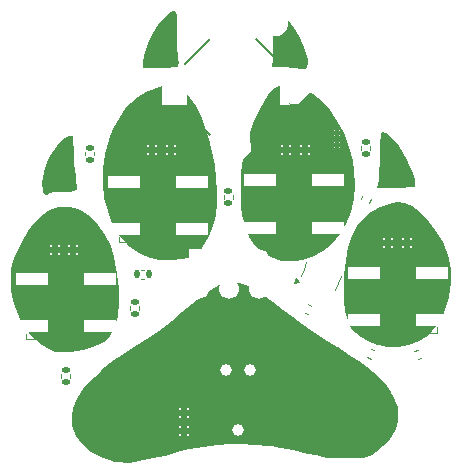
<source format=gto>
G04 #@! TF.GenerationSoftware,KiCad,Pcbnew,9.0.2*
G04 #@! TF.CreationDate,2025-06-26T14:40:00-07:00*
G04 #@! TF.ProjectId,pawb_sao,70617762-5f73-4616-9f2e-6b696361645f,rev?*
G04 #@! TF.SameCoordinates,Original*
G04 #@! TF.FileFunction,Legend,Top*
G04 #@! TF.FilePolarity,Positive*
%FSLAX46Y46*%
G04 Gerber Fmt 4.6, Leading zero omitted, Abs format (unit mm)*
G04 Created by KiCad (PCBNEW 9.0.2) date 2025-06-26 14:40:00*
%MOMM*%
%LPD*%
G01*
G04 APERTURE LIST*
G04 Aperture macros list*
%AMRoundRect*
0 Rectangle with rounded corners*
0 $1 Rounding radius*
0 $2 $3 $4 $5 $6 $7 $8 $9 X,Y pos of 4 corners*
0 Add a 4 corners polygon primitive as box body*
4,1,4,$2,$3,$4,$5,$6,$7,$8,$9,$2,$3,0*
0 Add four circle primitives for the rounded corners*
1,1,$1+$1,$2,$3*
1,1,$1+$1,$4,$5*
1,1,$1+$1,$6,$7*
1,1,$1+$1,$8,$9*
0 Add four rect primitives between the rounded corners*
20,1,$1+$1,$2,$3,$4,$5,0*
20,1,$1+$1,$4,$5,$6,$7,0*
20,1,$1+$1,$6,$7,$8,$9,0*
20,1,$1+$1,$8,$9,$2,$3,0*%
G04 Aperture macros list end*
%ADD10C,0.000000*%
%ADD11C,0.120000*%
%ADD12C,0.127000*%
%ADD13C,0.010000*%
%ADD14R,2.750000X1.000000*%
%ADD15RoundRect,0.135000X0.185000X-0.135000X0.185000X0.135000X-0.185000X0.135000X-0.185000X-0.135000X0*%
%ADD16RoundRect,0.135000X-0.195520X-0.119255X0.053927X-0.222580X0.195520X0.119255X-0.053927X0.222580X0*%
%ADD17C,2.250000*%
%ADD18RoundRect,0.218750X-0.218750X-0.256250X0.218750X-0.256250X0.218750X0.256250X-0.218750X0.256250X0*%
%ADD19RoundRect,0.135000X-0.185000X0.135000X-0.185000X-0.135000X0.185000X-0.135000X0.185000X0.135000X0*%
%ADD20RoundRect,0.150000X-0.086245X-0.600182X0.363408X0.485377X0.086245X0.600182X-0.363408X-0.485377X0*%
%ADD21RoundRect,0.225000X0.250000X-0.225000X0.250000X0.225000X-0.250000X0.225000X-0.250000X-0.225000X0*%
%ADD22RoundRect,0.100000X-0.637500X-0.100000X0.637500X-0.100000X0.637500X0.100000X-0.637500X0.100000X0*%
%ADD23RoundRect,0.135000X0.195520X0.119255X-0.053927X0.222580X-0.195520X-0.119255X0.053927X-0.222580X0*%
%ADD24RoundRect,0.135000X0.135000X0.185000X-0.135000X0.185000X-0.135000X-0.185000X0.135000X-0.185000X0*%
%ADD25RoundRect,0.218750X0.218750X0.256250X-0.218750X0.256250X-0.218750X-0.256250X0.218750X-0.256250X0*%
%ADD26RoundRect,0.135000X0.119255X-0.195520X0.222580X0.053927X-0.119255X0.195520X-0.222580X-0.053927X0*%
%ADD27RoundRect,0.135000X-0.053927X-0.222580X0.195520X-0.119255X0.053927X0.222580X-0.195520X0.119255X0*%
%ADD28R,1.700000X1.700000*%
%ADD29C,1.700000*%
%ADD30C,0.990600*%
G04 APERTURE END LIST*
D10*
G36*
X185219631Y-81538561D02*
G01*
X185538058Y-81797219D01*
X185890890Y-82187935D01*
X186258097Y-82677671D01*
X186619649Y-83233387D01*
X186955516Y-83822044D01*
X187245669Y-84410604D01*
X187470076Y-84966028D01*
X187608709Y-85455278D01*
X187641537Y-85845313D01*
X187639005Y-85871130D01*
X187606250Y-86154583D01*
X186032770Y-86183942D01*
X184459291Y-86213300D01*
X184531320Y-85866442D01*
X184556961Y-85652863D01*
X184584903Y-85267695D01*
X184612973Y-84750967D01*
X184638995Y-84142711D01*
X184660797Y-83482955D01*
X184660816Y-83482291D01*
X184681272Y-82779313D01*
X184699962Y-82260087D01*
X184720913Y-81896776D01*
X184748154Y-81661547D01*
X184785713Y-81526562D01*
X184837617Y-81463987D01*
X184907896Y-81445986D01*
X184955639Y-81445000D01*
X185219631Y-81538561D01*
G37*
G36*
X176083577Y-71317358D02*
G01*
X176520954Y-71632218D01*
X176971890Y-72110447D01*
X177410944Y-72707371D01*
X177812675Y-73378317D01*
X178151640Y-74078610D01*
X178402399Y-74763576D01*
X178539510Y-75388543D01*
X178557500Y-75661401D01*
X178519268Y-76001968D01*
X178384524Y-76171129D01*
X178123191Y-76189348D01*
X177869583Y-76129462D01*
X177623289Y-76085558D01*
X177232791Y-76047598D01*
X176765552Y-76021419D01*
X176546666Y-76015005D01*
X175541250Y-75994583D01*
X175594166Y-75412500D01*
X175627501Y-74872178D01*
X175643504Y-74225787D01*
X175642709Y-73543239D01*
X175625654Y-72894448D01*
X175592873Y-72349330D01*
X175568960Y-72123724D01*
X175537241Y-71703993D01*
X175580020Y-71435402D01*
X175629548Y-71343999D01*
X175743012Y-71223949D01*
X175875939Y-71221933D01*
X176083577Y-71317358D01*
G37*
G36*
X158775620Y-83455833D02*
G01*
X158806355Y-84075853D01*
X158848928Y-84668825D01*
X158898528Y-85180431D01*
X158950344Y-85556354D01*
X158970513Y-85656143D01*
X159050007Y-86026114D01*
X159059656Y-86272627D01*
X158969858Y-86420725D01*
X158751014Y-86495451D01*
X158373523Y-86521849D01*
X157943549Y-86525000D01*
X157379823Y-86536879D01*
X156994965Y-86575142D01*
X156757370Y-86643728D01*
X156696686Y-86680384D01*
X156454344Y-86817678D01*
X156286660Y-86780353D01*
X156162043Y-86553085D01*
X156115234Y-86398372D01*
X156064570Y-85892021D01*
X156137097Y-85267724D01*
X156320139Y-84569840D01*
X156601020Y-83842728D01*
X156967065Y-83130746D01*
X157119879Y-82882610D01*
X157486192Y-82372703D01*
X157816994Y-82042776D01*
X158138754Y-81870418D01*
X158360648Y-81832015D01*
X158713750Y-81815416D01*
X158775620Y-83455833D01*
G37*
G36*
X167435948Y-71344316D02*
G01*
X167488784Y-71603786D01*
X167499629Y-72027862D01*
X167477628Y-72639049D01*
X167476427Y-72663086D01*
X167459496Y-73560739D01*
X167495945Y-74412813D01*
X167545707Y-74887743D01*
X167594584Y-75321341D01*
X167615093Y-75674961D01*
X167605168Y-75897059D01*
X167588019Y-75942802D01*
X167459547Y-75973190D01*
X167168850Y-76003249D01*
X166764013Y-76031135D01*
X166293126Y-76055000D01*
X165804275Y-76072999D01*
X165345546Y-76083284D01*
X164965028Y-76084010D01*
X164710807Y-76073330D01*
X164631522Y-76056319D01*
X164602692Y-75931497D01*
X164588957Y-75681945D01*
X164588756Y-75632986D01*
X164656866Y-75071160D01*
X164841932Y-74426425D01*
X165120085Y-73742589D01*
X165467455Y-73063462D01*
X165860173Y-72432854D01*
X166274370Y-71894576D01*
X166686174Y-71492436D01*
X166934030Y-71328506D01*
X167167717Y-71229180D01*
X167331974Y-71226948D01*
X167435948Y-71344316D01*
G37*
G36*
X186753397Y-87511034D02*
G01*
X187397902Y-87788590D01*
X188048917Y-88265819D01*
X188530442Y-88733065D01*
X189355052Y-89744146D01*
X189988252Y-90817837D01*
X190427380Y-91938736D01*
X190669776Y-93091441D01*
X190712779Y-94260549D01*
X190553726Y-95430657D01*
X190189957Y-96586364D01*
X189971316Y-97072250D01*
X189436266Y-97947000D01*
X188781346Y-98648831D01*
X188014283Y-99173709D01*
X187142800Y-99517602D01*
X186174623Y-99676476D01*
X185117477Y-99646297D01*
X185055376Y-99638883D01*
X184377832Y-99487458D01*
X183672414Y-99216147D01*
X183024194Y-98862925D01*
X182599054Y-98542460D01*
X182214961Y-98077070D01*
X181924668Y-97455385D01*
X181726674Y-96669639D01*
X181619477Y-95712070D01*
X181601574Y-94574913D01*
X181645034Y-93611671D01*
X181778419Y-92322508D01*
X182000586Y-91212941D01*
X182320003Y-90266726D01*
X182745134Y-89467622D01*
X183284446Y-88799387D01*
X183946405Y-88245779D01*
X184658851Y-87829728D01*
X185403879Y-87536272D01*
X186095392Y-87428484D01*
X186753397Y-87511034D01*
G37*
G36*
X177061170Y-77513694D02*
G01*
X177678530Y-77676484D01*
X178156942Y-77844479D01*
X178973929Y-78258630D01*
X179740130Y-78859939D01*
X180442267Y-79627249D01*
X181067066Y-80539401D01*
X181601250Y-81575238D01*
X182031543Y-82713601D01*
X182344670Y-83933332D01*
X182474751Y-84725833D01*
X182551803Y-85968975D01*
X182461622Y-87150285D01*
X182213727Y-88253454D01*
X181817634Y-89262174D01*
X181282861Y-90160134D01*
X180618926Y-90931027D01*
X179835346Y-91558543D01*
X178941639Y-92026373D01*
X178056887Y-92296167D01*
X177436756Y-92404511D01*
X176920649Y-92431947D01*
X176417113Y-92378754D01*
X176058087Y-92302252D01*
X175266014Y-92005246D01*
X174550358Y-91532524D01*
X173952918Y-90917187D01*
X173589718Y-90347516D01*
X173454680Y-90036649D01*
X173298067Y-89607940D01*
X173151438Y-89148432D01*
X173137118Y-89099205D01*
X173012478Y-88497987D01*
X172929782Y-87741920D01*
X172889014Y-86883623D01*
X172890161Y-85975713D01*
X172933205Y-85070809D01*
X173018132Y-84221528D01*
X173138757Y-83508750D01*
X173388263Y-82503176D01*
X173695617Y-81507217D01*
X174045644Y-80557182D01*
X174423169Y-79689379D01*
X174813016Y-78940117D01*
X175200010Y-78345704D01*
X175395421Y-78109489D01*
X175764682Y-77766455D01*
X176140935Y-77555159D01*
X176560867Y-77472079D01*
X177061170Y-77513694D01*
G37*
G36*
X157972916Y-87849962D02*
G01*
X158447915Y-87863041D01*
X158797768Y-87911790D01*
X159108290Y-88014582D01*
X159400515Y-88155611D01*
X160162539Y-88669571D01*
X160837017Y-89359066D01*
X161407383Y-90200221D01*
X161857072Y-91169161D01*
X162138128Y-92101290D01*
X162410890Y-93504306D01*
X162554237Y-94804265D01*
X162568431Y-95986784D01*
X162453734Y-97037484D01*
X162210409Y-97941986D01*
X162023949Y-98367835D01*
X161795927Y-98770856D01*
X161572707Y-99044038D01*
X161290667Y-99257844D01*
X161140492Y-99346255D01*
X160576315Y-99601615D01*
X159889623Y-99819077D01*
X159142505Y-99987224D01*
X158397048Y-100094638D01*
X157715342Y-100129902D01*
X157159474Y-100081599D01*
X157150938Y-100079880D01*
X156639393Y-99891117D01*
X156082804Y-99542660D01*
X155518708Y-99069711D01*
X154984639Y-98507470D01*
X154518134Y-97891137D01*
X154170357Y-97284724D01*
X153821347Y-96460006D01*
X153594118Y-95672380D01*
X153470351Y-94839979D01*
X153432293Y-93986250D01*
X153431410Y-93462696D01*
X153447896Y-93083255D01*
X153494194Y-92780430D01*
X153582743Y-92486723D01*
X153725984Y-92134638D01*
X153808176Y-91946931D01*
X154348920Y-90814316D01*
X154886031Y-89881204D01*
X155428093Y-89135784D01*
X155983695Y-88566244D01*
X156560216Y-88161443D01*
X156884457Y-87997167D01*
X157171217Y-87902589D01*
X157502803Y-87859562D01*
X157961526Y-87849938D01*
X157972916Y-87849962D01*
G37*
G36*
X167402760Y-77589983D02*
G01*
X167648159Y-77683517D01*
X168145964Y-78046389D01*
X168623007Y-78594332D01*
X169072521Y-79301212D01*
X169487737Y-80140896D01*
X169861887Y-81087251D01*
X170188202Y-82114143D01*
X170459915Y-83195440D01*
X170670256Y-84305008D01*
X170812457Y-85416713D01*
X170879750Y-86504424D01*
X170865367Y-87542005D01*
X170762539Y-88503325D01*
X170621688Y-89164561D01*
X170442804Y-89693429D01*
X170184996Y-90289683D01*
X169890490Y-90864303D01*
X169601514Y-91328270D01*
X169583669Y-91352830D01*
X169258919Y-91718690D01*
X168878806Y-91983604D01*
X168405456Y-92161804D01*
X167800995Y-92267525D01*
X167027547Y-92315000D01*
X167023060Y-92315118D01*
X166415101Y-92322299D01*
X165957479Y-92303244D01*
X165589881Y-92252417D01*
X165251992Y-92164278D01*
X165201089Y-92147809D01*
X164273368Y-91748542D01*
X163477730Y-91200387D01*
X163226289Y-90971924D01*
X162557829Y-90180858D01*
X162019127Y-89246320D01*
X161613999Y-88194959D01*
X161346260Y-87053425D01*
X161219727Y-85848367D01*
X161238215Y-84606436D01*
X161405541Y-83354280D01*
X161725520Y-82118549D01*
X161891437Y-81649632D01*
X162170112Y-81033990D01*
X162538661Y-80379958D01*
X162953890Y-79754853D01*
X163372606Y-79225991D01*
X163595005Y-78994606D01*
X164196690Y-78507937D01*
X164862097Y-78105944D01*
X165553317Y-77800889D01*
X166232441Y-77605036D01*
X166861558Y-77530646D01*
X167402760Y-77589983D01*
G37*
G36*
X172790961Y-94274538D02*
G01*
X173342663Y-94433729D01*
X173939256Y-94714995D01*
X174606895Y-95131386D01*
X175371735Y-95695948D01*
X175648629Y-95915953D01*
X176469020Y-96565027D01*
X177265486Y-97167089D01*
X178079966Y-97751430D01*
X178954395Y-98347342D01*
X179930709Y-98984117D01*
X181050844Y-99691047D01*
X181073760Y-99705329D01*
X182059729Y-100328066D01*
X182881289Y-100869079D01*
X183560005Y-101347718D01*
X184117444Y-101783332D01*
X184575173Y-102195271D01*
X184954757Y-102602883D01*
X185277764Y-103025519D01*
X185565760Y-103482526D01*
X185829732Y-103972371D01*
X186038855Y-104409282D01*
X186159901Y-104748786D01*
X186215092Y-105074133D01*
X186226705Y-105459433D01*
X186196881Y-105952334D01*
X186093213Y-106367858D01*
X185909205Y-106785611D01*
X185479459Y-107485243D01*
X184941968Y-108109468D01*
X184345906Y-108606443D01*
X183975124Y-108824685D01*
X183728282Y-108940789D01*
X183510504Y-109021558D01*
X183276031Y-109073211D01*
X182979101Y-109101969D01*
X182573956Y-109114055D01*
X182014836Y-109115687D01*
X181838333Y-109115165D01*
X181220591Y-109108556D01*
X180718750Y-109088185D01*
X180268081Y-109046084D01*
X179803851Y-108974280D01*
X179261330Y-108864805D01*
X178610416Y-108717714D01*
X177650508Y-108499079D01*
X176851393Y-108327538D01*
X176169094Y-108196594D01*
X175559635Y-108099752D01*
X174979038Y-108030519D01*
X174383325Y-107982397D01*
X173728520Y-107948894D01*
X173300354Y-107933472D01*
X172027867Y-107923244D01*
X170855309Y-107985256D01*
X169707445Y-108128247D01*
X168509042Y-108360957D01*
X167504911Y-108606672D01*
X166446849Y-108874955D01*
X165486639Y-109099872D01*
X164646483Y-109276956D01*
X163948582Y-109401738D01*
X163415137Y-109469750D01*
X163158750Y-109481307D01*
X162747601Y-109452630D01*
X162266294Y-109387015D01*
X161985156Y-109333790D01*
X161024718Y-109028483D01*
X160192951Y-108562262D01*
X159500413Y-107943059D01*
X158957665Y-107178806D01*
X158854468Y-106982002D01*
X158675623Y-106589496D01*
X158584670Y-106275171D01*
X158560507Y-105935761D01*
X158573309Y-105606169D01*
X158706459Y-104826340D01*
X159016533Y-104048107D01*
X159509017Y-103264851D01*
X160189393Y-102469955D01*
X161063147Y-101656800D01*
X162135762Y-100818768D01*
X163082938Y-100164049D01*
X163577334Y-99844425D01*
X164078588Y-99532038D01*
X164522288Y-99266423D01*
X164799331Y-99110539D01*
X165180205Y-98879878D01*
X165674439Y-98532134D01*
X166290100Y-98060988D01*
X167035254Y-97460123D01*
X167917966Y-96723220D01*
X168715000Y-96043197D01*
X169582764Y-95346002D01*
X170364347Y-94824602D01*
X171077023Y-94470128D01*
X171738065Y-94273714D01*
X172257996Y-94224375D01*
X172790961Y-94274538D01*
G37*
D11*
X154720000Y-92830000D02*
X154720000Y-93230000D01*
X154720000Y-97280000D02*
X154720000Y-94580000D01*
X154720000Y-99030000D02*
X154720000Y-98580000D01*
X161420000Y-92830000D02*
X154720000Y-92830000D01*
X161420000Y-93280000D02*
X161420000Y-92830000D01*
X161420000Y-94580000D02*
X161420000Y-97280000D01*
X161420000Y-98580000D02*
X161420000Y-99030000D01*
X161420000Y-99030000D02*
X154720000Y-99030000D01*
X159720000Y-83471141D02*
X159720000Y-83163859D01*
X160480000Y-83471141D02*
X160480000Y-83163859D01*
X174010000Y-84480000D02*
X174010000Y-84880000D01*
X174010000Y-88930000D02*
X174010000Y-86230000D01*
X174010000Y-90680000D02*
X174010000Y-90230000D01*
X180710000Y-84480000D02*
X174010000Y-84480000D01*
X180710000Y-84930000D02*
X180710000Y-84480000D01*
X180710000Y-86230000D02*
X180710000Y-88930000D01*
X180710000Y-90230000D02*
X180710000Y-90680000D01*
X180710000Y-90680000D02*
X174010000Y-90680000D01*
D12*
X168134137Y-75695456D02*
X170255457Y-73574137D01*
X170255456Y-81705863D02*
X168134137Y-79584543D01*
X173614213Y-84357514D02*
X174321321Y-85064620D01*
X173614213Y-85064622D02*
X174321320Y-84357513D01*
X174144543Y-81705863D02*
X176265863Y-79584544D01*
X176265863Y-75695457D02*
X174144544Y-73574137D01*
X178740739Y-78877437D02*
X179447845Y-79584543D01*
D11*
X178282635Y-96772277D02*
X178566526Y-96889870D01*
X178573474Y-96070130D02*
X178857365Y-96187723D01*
X162550000Y-84630000D02*
X162550000Y-85030000D01*
X162550000Y-89080000D02*
X162550000Y-86380000D01*
X162550000Y-90830000D02*
X162550000Y-90380000D01*
X169250000Y-84630000D02*
X162550000Y-84630000D01*
X169250000Y-85080000D02*
X169250000Y-84630000D01*
X169250000Y-86380000D02*
X169250000Y-89080000D01*
X169250000Y-90380000D02*
X169250000Y-90830000D01*
X169250000Y-90830000D02*
X162550000Y-90830000D01*
X184657500Y-90145000D02*
X184657500Y-91615000D01*
X184657500Y-91615000D02*
X186942500Y-91615000D01*
X186942500Y-90145000D02*
X184657500Y-90145000D01*
X183070000Y-82696359D02*
X183070000Y-83003641D01*
X183830000Y-82696359D02*
X183830000Y-83003641D01*
X178199983Y-93069151D02*
X177951238Y-93669674D01*
X178199983Y-93069151D02*
X178448726Y-92468630D01*
X181082485Y-94263125D02*
X180833742Y-94863646D01*
X181082485Y-94263125D02*
X181331230Y-93662602D01*
X177801306Y-94162296D02*
X177404582Y-94257742D01*
X177588270Y-93814279D01*
X177801306Y-94162296D01*
G36*
X177801306Y-94162296D02*
G01*
X177404582Y-94257742D01*
X177588270Y-93814279D01*
X177801306Y-94162296D01*
G37*
X167580000Y-106160580D02*
X167580000Y-105879421D01*
X168600000Y-106160579D02*
X168600000Y-105879420D01*
X163520000Y-96553641D02*
X163520000Y-96246359D01*
X164280000Y-96553641D02*
X164280000Y-96246359D01*
X172690000Y-100775000D02*
X170490000Y-100775000D01*
X172690000Y-100775000D02*
X174890000Y-100775000D01*
X172690000Y-107545000D02*
X170490000Y-107545000D01*
X172690000Y-107545000D02*
X174890000Y-107545000D01*
X168830000Y-101235000D02*
X168500000Y-101475000D01*
X168500000Y-100995000D01*
X168830000Y-101235000D01*
G36*
X168830000Y-101235000D02*
G01*
X168500000Y-101475000D01*
X168500000Y-100995000D01*
X168830000Y-101235000D01*
G37*
X183876526Y-100669870D02*
X183592635Y-100552277D01*
X184167365Y-99967723D02*
X183883474Y-99850130D01*
X156447500Y-90705000D02*
X156447500Y-92175000D01*
X156447500Y-92175000D02*
X158732500Y-92175000D01*
X158732500Y-90705000D02*
X156447500Y-90705000D01*
X164723641Y-93130000D02*
X164416359Y-93130000D01*
X164723641Y-93890000D02*
X164416359Y-93890000D01*
X157670000Y-102311141D02*
X157670000Y-102003859D01*
X158430000Y-102311141D02*
X158430000Y-102003859D01*
X165360000Y-83755000D02*
X167645000Y-83755000D01*
X167645000Y-82285000D02*
X165360000Y-82285000D01*
X167645000Y-83755000D02*
X167645000Y-82285000D01*
X171440000Y-87161141D02*
X171440000Y-86853859D01*
X172200000Y-87161141D02*
X172200000Y-86853859D01*
X183070130Y-87166526D02*
X183187723Y-86882635D01*
X183772277Y-87457365D02*
X183889870Y-87173474D01*
X176057500Y-82295000D02*
X176057500Y-83765000D01*
X176057500Y-83765000D02*
X178342500Y-83765000D01*
X178342500Y-82295000D02*
X176057500Y-82295000D01*
X187592635Y-100037723D02*
X187876526Y-99920130D01*
X187883474Y-100739870D02*
X188167365Y-100622277D01*
X182820000Y-92280000D02*
X182820000Y-92680000D01*
X182820000Y-96730000D02*
X182820000Y-94030000D01*
X182820000Y-98480000D02*
X182820000Y-98030000D01*
X189520000Y-92280000D02*
X182820000Y-92280000D01*
X189520000Y-92730000D02*
X189520000Y-92280000D01*
X189520000Y-94030000D02*
X189520000Y-96730000D01*
X189520000Y-98030000D02*
X189520000Y-98480000D01*
X189520000Y-98480000D02*
X182820000Y-98480000D01*
X180690000Y-81888859D02*
X180690000Y-82196141D01*
X181450000Y-81888859D02*
X181450000Y-82196141D01*
%LPC*%
D13*
X168270353Y-79081423D02*
X166252157Y-79116778D01*
X166252159Y-76233932D01*
X168270353Y-76198577D01*
X168270353Y-79081423D01*
G36*
X168270353Y-79081423D02*
G01*
X166252157Y-79116778D01*
X166252159Y-76233932D01*
X168270353Y-76198577D01*
X168270353Y-79081423D01*
G37*
X173641424Y-72222487D02*
X173535357Y-73674998D01*
X170793934Y-73674997D01*
X170758576Y-72222486D01*
X172200000Y-70781066D01*
X173641424Y-72222487D01*
G36*
X173641424Y-72222487D02*
G01*
X173535357Y-73674998D01*
X170793934Y-73674997D01*
X170758576Y-72222486D01*
X172200000Y-70781066D01*
X173641424Y-72222487D01*
G37*
X173641424Y-83057514D02*
X172200000Y-84498934D01*
X170758576Y-83057513D01*
X170864643Y-81675714D01*
X173606069Y-81675712D01*
X173641424Y-83057514D01*
G36*
X173641424Y-83057514D02*
G01*
X172200000Y-84498934D01*
X170758576Y-83057513D01*
X170864643Y-81675714D01*
X173606069Y-81675712D01*
X173641424Y-83057514D01*
G37*
X177688223Y-76269288D02*
X179058934Y-77640000D01*
X177688223Y-79010712D01*
X176200358Y-79081422D01*
X176200357Y-76198576D01*
X177688223Y-76269288D01*
G36*
X177688223Y-76269288D02*
G01*
X179058934Y-77640000D01*
X177688223Y-79010712D01*
X176200358Y-79081422D01*
X176200357Y-76198576D01*
X177688223Y-76269288D01*
G37*
D14*
X160950000Y-97930000D03*
X155190000Y-97930000D03*
X160950000Y-93930000D03*
X155190000Y-93930000D03*
D15*
X160100000Y-83827500D03*
X160100000Y-82807500D03*
D14*
X180240000Y-89580000D03*
X174480000Y-89580000D03*
X180240000Y-85580000D03*
X174480000Y-85580000D03*
D16*
X178098821Y-96284831D03*
X179041179Y-96675169D03*
D17*
X160060000Y-101250000D03*
D14*
X168780000Y-89730000D03*
X163020000Y-89730000D03*
X168780000Y-85730000D03*
X163020000Y-85730000D03*
D18*
X185355000Y-90880000D03*
X186930000Y-90880000D03*
D17*
X175810000Y-72220000D03*
D19*
X183450000Y-82340000D03*
X183450000Y-83360000D03*
D20*
X178404783Y-94168726D03*
X180160154Y-94895824D03*
X180000000Y-92800000D03*
D21*
X168090000Y-106795000D03*
X168090000Y-105245000D03*
D15*
X163900000Y-96910000D03*
X163900000Y-95890000D03*
D22*
X169827500Y-101235000D03*
X169827500Y-101885000D03*
X169827500Y-102535000D03*
X169827500Y-103185000D03*
X169827500Y-103835000D03*
X169827500Y-104485000D03*
X169827500Y-105135000D03*
X169827500Y-105785000D03*
X169827500Y-106435000D03*
X169827500Y-107085000D03*
X175552500Y-107085000D03*
X175552500Y-106435000D03*
X175552500Y-105785000D03*
X175552500Y-105135000D03*
X175552500Y-104485000D03*
X175552500Y-103835000D03*
X175552500Y-103185000D03*
X175552500Y-102535000D03*
X175552500Y-101885000D03*
X175552500Y-101235000D03*
D23*
X184351179Y-100455169D03*
X183408821Y-100064831D03*
D18*
X157145000Y-91440000D03*
X158720000Y-91440000D03*
D24*
X165080000Y-93510000D03*
X164060000Y-93510000D03*
D15*
X158050000Y-102667500D03*
X158050000Y-101647500D03*
D17*
X159950000Y-87140000D03*
D25*
X166947500Y-83020000D03*
X165372500Y-83020000D03*
D15*
X171820000Y-87517500D03*
X171820000Y-86497500D03*
D26*
X183284831Y-87641179D03*
X183675169Y-86698821D03*
D18*
X176755000Y-83030000D03*
X178330000Y-83030000D03*
D17*
X186640000Y-103110000D03*
D27*
X187408821Y-100525169D03*
X188351179Y-100134831D03*
D14*
X189050000Y-97380000D03*
X183290000Y-97380000D03*
X189050000Y-93380000D03*
X183290000Y-93380000D03*
D19*
X181070000Y-81532500D03*
X181070000Y-82552500D03*
D28*
X169350002Y-92235001D03*
D29*
X169350002Y-94775001D03*
X171890002Y-92235001D03*
X171890002Y-94775001D03*
X174430003Y-92235000D03*
X174430002Y-94775001D03*
D30*
X172674000Y-106720000D03*
X171658000Y-101640000D03*
X173690000Y-101640000D03*
%LPD*%
M02*

</source>
